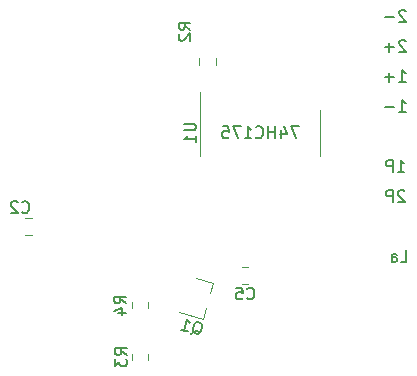
<source format=gbr>
G04 #@! TF.GenerationSoftware,KiCad,Pcbnew,(5.1.8)-1*
G04 #@! TF.CreationDate,2020-11-28T18:45:05+03:00*
G04 #@! TF.ProjectId,L293,4c323933-2e6b-4696-9361-645f70636258,rev?*
G04 #@! TF.SameCoordinates,Original*
G04 #@! TF.FileFunction,Legend,Bot*
G04 #@! TF.FilePolarity,Positive*
%FSLAX46Y46*%
G04 Gerber Fmt 4.6, Leading zero omitted, Abs format (unit mm)*
G04 Created by KiCad (PCBNEW (5.1.8)-1) date 2020-11-28 18:45:05*
%MOMM*%
%LPD*%
G01*
G04 APERTURE LIST*
%ADD10C,0.150000*%
%ADD11C,0.120000*%
G04 APERTURE END LIST*
D10*
X128857261Y-38917619D02*
X128809642Y-38870000D01*
X128714404Y-38822380D01*
X128476309Y-38822380D01*
X128381071Y-38870000D01*
X128333452Y-38917619D01*
X128285833Y-39012857D01*
X128285833Y-39108095D01*
X128333452Y-39250952D01*
X128904880Y-39822380D01*
X128285833Y-39822380D01*
X127857261Y-39441428D02*
X127095357Y-39441428D01*
X127476309Y-39822380D02*
X127476309Y-39060476D01*
X128857261Y-36377619D02*
X128809642Y-36330000D01*
X128714404Y-36282380D01*
X128476309Y-36282380D01*
X128381071Y-36330000D01*
X128333452Y-36377619D01*
X128285833Y-36472857D01*
X128285833Y-36568095D01*
X128333452Y-36710952D01*
X128904880Y-37282380D01*
X128285833Y-37282380D01*
X127857261Y-36901428D02*
X127095357Y-36901428D01*
X128285833Y-44902380D02*
X128857261Y-44902380D01*
X128571547Y-44902380D02*
X128571547Y-43902380D01*
X128666785Y-44045238D01*
X128762023Y-44140476D01*
X128857261Y-44188095D01*
X127857261Y-44521428D02*
X127095357Y-44521428D01*
X128285833Y-42362380D02*
X128857261Y-42362380D01*
X128571547Y-42362380D02*
X128571547Y-41362380D01*
X128666785Y-41505238D01*
X128762023Y-41600476D01*
X128857261Y-41648095D01*
X127857261Y-41981428D02*
X127095357Y-41981428D01*
X127476309Y-42362380D02*
X127476309Y-41600476D01*
X128738214Y-51617619D02*
X128690595Y-51570000D01*
X128595357Y-51522380D01*
X128357261Y-51522380D01*
X128262023Y-51570000D01*
X128214404Y-51617619D01*
X128166785Y-51712857D01*
X128166785Y-51808095D01*
X128214404Y-51950952D01*
X128785833Y-52522380D01*
X128166785Y-52522380D01*
X127738214Y-52522380D02*
X127738214Y-51522380D01*
X127357261Y-51522380D01*
X127262023Y-51570000D01*
X127214404Y-51617619D01*
X127166785Y-51712857D01*
X127166785Y-51855714D01*
X127214404Y-51950952D01*
X127262023Y-51998571D01*
X127357261Y-52046190D01*
X127738214Y-52046190D01*
X128166785Y-49982380D02*
X128738214Y-49982380D01*
X128452500Y-49982380D02*
X128452500Y-48982380D01*
X128547738Y-49125238D01*
X128642976Y-49220476D01*
X128738214Y-49268095D01*
X127738214Y-49982380D02*
X127738214Y-48982380D01*
X127357261Y-48982380D01*
X127262023Y-49030000D01*
X127214404Y-49077619D01*
X127166785Y-49172857D01*
X127166785Y-49315714D01*
X127214404Y-49410952D01*
X127262023Y-49458571D01*
X127357261Y-49506190D01*
X127738214Y-49506190D01*
X128412857Y-57602380D02*
X128889047Y-57602380D01*
X128889047Y-56602380D01*
X127650952Y-57602380D02*
X127650952Y-57078571D01*
X127698571Y-56983333D01*
X127793809Y-56935714D01*
X127984285Y-56935714D01*
X128079523Y-56983333D01*
X127650952Y-57554761D02*
X127746190Y-57602380D01*
X127984285Y-57602380D01*
X128079523Y-57554761D01*
X128127142Y-57459523D01*
X128127142Y-57364285D01*
X128079523Y-57269047D01*
X127984285Y-57221428D01*
X127746190Y-57221428D01*
X127650952Y-57173809D01*
X119784404Y-46124880D02*
X119117738Y-46124880D01*
X119546309Y-47124880D01*
X118308214Y-46458214D02*
X118308214Y-47124880D01*
X118546309Y-46077261D02*
X118784404Y-46791547D01*
X118165357Y-46791547D01*
X117784404Y-47124880D02*
X117784404Y-46124880D01*
X117784404Y-46601071D02*
X117212976Y-46601071D01*
X117212976Y-47124880D02*
X117212976Y-46124880D01*
X116165357Y-47029642D02*
X116212976Y-47077261D01*
X116355833Y-47124880D01*
X116451071Y-47124880D01*
X116593928Y-47077261D01*
X116689166Y-46982023D01*
X116736785Y-46886785D01*
X116784404Y-46696309D01*
X116784404Y-46553452D01*
X116736785Y-46362976D01*
X116689166Y-46267738D01*
X116593928Y-46172500D01*
X116451071Y-46124880D01*
X116355833Y-46124880D01*
X116212976Y-46172500D01*
X116165357Y-46220119D01*
X115212976Y-47124880D02*
X115784404Y-47124880D01*
X115498690Y-47124880D02*
X115498690Y-46124880D01*
X115593928Y-46267738D01*
X115689166Y-46362976D01*
X115784404Y-46410595D01*
X114879642Y-46124880D02*
X114212976Y-46124880D01*
X114641547Y-47124880D01*
X113355833Y-46124880D02*
X113832023Y-46124880D01*
X113879642Y-46601071D01*
X113832023Y-46553452D01*
X113736785Y-46505833D01*
X113498690Y-46505833D01*
X113403452Y-46553452D01*
X113355833Y-46601071D01*
X113308214Y-46696309D01*
X113308214Y-46934404D01*
X113355833Y-47029642D01*
X113403452Y-47077261D01*
X113498690Y-47124880D01*
X113736785Y-47124880D01*
X113832023Y-47077261D01*
X113879642Y-47029642D01*
D11*
X96648748Y-53900000D02*
X97171252Y-53900000D01*
X96648748Y-55320000D02*
X97171252Y-55320000D01*
X114991248Y-59447500D02*
X115513752Y-59447500D01*
X114991248Y-58027500D02*
X115513752Y-58027500D01*
X111367500Y-40378748D02*
X111367500Y-40901252D01*
X112787500Y-40378748D02*
X112787500Y-40901252D01*
X121582500Y-46672500D02*
X121582500Y-48622500D01*
X121582500Y-46672500D02*
X121582500Y-44722500D01*
X111462500Y-46672500D02*
X111462500Y-48622500D01*
X111462500Y-46672500D02*
X111462500Y-43222500D01*
X107072500Y-65911252D02*
X107072500Y-65388748D01*
X105652500Y-65911252D02*
X105652500Y-65388748D01*
X107072500Y-61016248D02*
X107072500Y-61538752D01*
X105652500Y-61016248D02*
X105652500Y-61538752D01*
X112522038Y-59376540D02*
X112281336Y-60274851D01*
X111704170Y-62428865D02*
X111944871Y-61530554D01*
X111704170Y-62428865D02*
X109617770Y-61869816D01*
X112522038Y-59376540D02*
X111111786Y-58998664D01*
D10*
X96369166Y-53379642D02*
X96416785Y-53427261D01*
X96559642Y-53474880D01*
X96654880Y-53474880D01*
X96797738Y-53427261D01*
X96892976Y-53332023D01*
X96940595Y-53236785D01*
X96988214Y-53046309D01*
X96988214Y-52903452D01*
X96940595Y-52712976D01*
X96892976Y-52617738D01*
X96797738Y-52522500D01*
X96654880Y-52474880D01*
X96559642Y-52474880D01*
X96416785Y-52522500D01*
X96369166Y-52570119D01*
X95988214Y-52570119D02*
X95940595Y-52522500D01*
X95845357Y-52474880D01*
X95607261Y-52474880D01*
X95512023Y-52522500D01*
X95464404Y-52570119D01*
X95416785Y-52665357D01*
X95416785Y-52760595D01*
X95464404Y-52903452D01*
X96035833Y-53474880D01*
X95416785Y-53474880D01*
X115419166Y-60682142D02*
X115466785Y-60729761D01*
X115609642Y-60777380D01*
X115704880Y-60777380D01*
X115847738Y-60729761D01*
X115942976Y-60634523D01*
X115990595Y-60539285D01*
X116038214Y-60348809D01*
X116038214Y-60205952D01*
X115990595Y-60015476D01*
X115942976Y-59920238D01*
X115847738Y-59825000D01*
X115704880Y-59777380D01*
X115609642Y-59777380D01*
X115466785Y-59825000D01*
X115419166Y-59872619D01*
X114514404Y-59777380D02*
X114990595Y-59777380D01*
X115038214Y-60253571D01*
X114990595Y-60205952D01*
X114895357Y-60158333D01*
X114657261Y-60158333D01*
X114562023Y-60205952D01*
X114514404Y-60253571D01*
X114466785Y-60348809D01*
X114466785Y-60586904D01*
X114514404Y-60682142D01*
X114562023Y-60729761D01*
X114657261Y-60777380D01*
X114895357Y-60777380D01*
X114990595Y-60729761D01*
X115038214Y-60682142D01*
X110624880Y-37933333D02*
X110148690Y-37600000D01*
X110624880Y-37361904D02*
X109624880Y-37361904D01*
X109624880Y-37742857D01*
X109672500Y-37838095D01*
X109720119Y-37885714D01*
X109815357Y-37933333D01*
X109958214Y-37933333D01*
X110053452Y-37885714D01*
X110101071Y-37838095D01*
X110148690Y-37742857D01*
X110148690Y-37361904D01*
X109720119Y-38314285D02*
X109672500Y-38361904D01*
X109624880Y-38457142D01*
X109624880Y-38695238D01*
X109672500Y-38790476D01*
X109720119Y-38838095D01*
X109815357Y-38885714D01*
X109910595Y-38885714D01*
X110053452Y-38838095D01*
X110624880Y-38266666D01*
X110624880Y-38885714D01*
X110074880Y-45910595D02*
X110884404Y-45910595D01*
X110979642Y-45958214D01*
X111027261Y-46005833D01*
X111074880Y-46101071D01*
X111074880Y-46291547D01*
X111027261Y-46386785D01*
X110979642Y-46434404D01*
X110884404Y-46482023D01*
X110074880Y-46482023D01*
X111074880Y-47482023D02*
X111074880Y-46910595D01*
X111074880Y-47196309D02*
X110074880Y-47196309D01*
X110217738Y-47101071D01*
X110312976Y-47005833D01*
X110360595Y-46910595D01*
X105227380Y-65483333D02*
X104751190Y-65150000D01*
X105227380Y-64911904D02*
X104227380Y-64911904D01*
X104227380Y-65292857D01*
X104275000Y-65388095D01*
X104322619Y-65435714D01*
X104417857Y-65483333D01*
X104560714Y-65483333D01*
X104655952Y-65435714D01*
X104703571Y-65388095D01*
X104751190Y-65292857D01*
X104751190Y-64911904D01*
X104227380Y-65816666D02*
X104227380Y-66435714D01*
X104608333Y-66102380D01*
X104608333Y-66245238D01*
X104655952Y-66340476D01*
X104703571Y-66388095D01*
X104798809Y-66435714D01*
X105036904Y-66435714D01*
X105132142Y-66388095D01*
X105179761Y-66340476D01*
X105227380Y-66245238D01*
X105227380Y-65959523D01*
X105179761Y-65864285D01*
X105132142Y-65816666D01*
X105164880Y-61110833D02*
X104688690Y-60777500D01*
X105164880Y-60539404D02*
X104164880Y-60539404D01*
X104164880Y-60920357D01*
X104212500Y-61015595D01*
X104260119Y-61063214D01*
X104355357Y-61110833D01*
X104498214Y-61110833D01*
X104593452Y-61063214D01*
X104641071Y-61015595D01*
X104688690Y-60920357D01*
X104688690Y-60539404D01*
X104498214Y-61967976D02*
X105164880Y-61967976D01*
X104117261Y-61729880D02*
X104831547Y-61491785D01*
X104831547Y-62110833D01*
X110682210Y-63674423D02*
X110786528Y-63653076D01*
X110903170Y-63585733D01*
X111078134Y-63484718D01*
X111182451Y-63463370D01*
X111274444Y-63488020D01*
X111166824Y-63705678D02*
X111271142Y-63684331D01*
X111387784Y-63616987D01*
X111483080Y-63445326D01*
X111569353Y-63123351D01*
X111572655Y-62927040D01*
X111505312Y-62810398D01*
X111425643Y-62739752D01*
X111241657Y-62690453D01*
X111137340Y-62711800D01*
X111020697Y-62779143D01*
X110925402Y-62950805D01*
X110839129Y-63272780D01*
X110835827Y-63469090D01*
X110903170Y-63585733D01*
X110982838Y-63656379D01*
X111166824Y-63705678D01*
X109832927Y-63348261D02*
X110384884Y-63496157D01*
X110108906Y-63422209D02*
X110367725Y-62456283D01*
X110422743Y-62618922D01*
X110490087Y-62735564D01*
X110569755Y-62806210D01*
M02*

</source>
